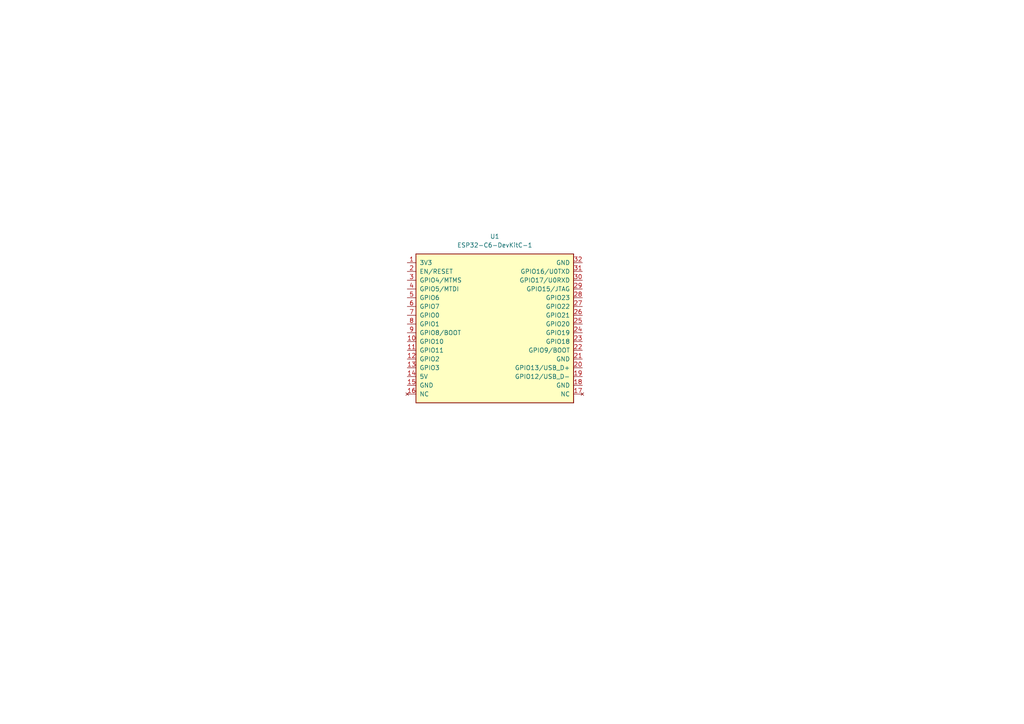
<source format=kicad_sch>
(kicad_sch (version 20231120) (generator "eeschema") (generator_version "8.0")
  (paper "A4")
  (lib_symbols
    (symbol "PCM_Espressif:ESP32-C6-DevKitC-1" (pin_names (offset 1.016))
      (property "Reference" "U" (at -22.86 25.4 0))
      (property "Value" "ESP32-C6-DevKitC-1" (at -22.86 22.86 0))
      (symbol "ESP32-C6-DevKitC-1_0_1"
        (rectangle (start -22.86 20.32) (end 22.86 -22.86) (stroke (width 0.254)) (fill (type background)))
      )
      (symbol "ESP32-C6-DevKitC-1_1_0"
        (pin power_in line (at -25.4 -15.24 0) (length 2.54) (name "5V") (number "14"))
        (pin input line (at -25.4 15.24 0) (length 2.54) (name "EN/RESET") (number "2"))
      )
      (symbol "ESP32-C6-DevKitC-1_1_1"
        (pin power_in line (at -25.4 17.78 0) (length 2.54) (name "3V3") (number "1"))
        (pin bidirectional line (at -25.4 -5.08 0) (length 2.54) (name "GPIO10") (number "10"))
        (pin bidirectional line (at -25.4 -7.62 0) (length 2.54) (name "GPIO11") (number "11"))
        (pin bidirectional line (at -25.4 -10.16 0) (length 2.54) (name "GPIO2") (number "12"))
        (pin bidirectional line (at -25.4 -12.7 0) (length 2.54) (name "GPIO3") (number "13"))
        (pin power_in line (at -25.4 -17.78 0) (length 2.54) (name "GND") (number "15"))
        (pin no_connect line (at -25.4 -20.32 0) (length 2.54) (name "NC") (number "16"))
        (pin no_connect line (at 25.4 -20.32 180) (length 2.54) (name "NC") (number "17"))
        (pin power_in line (at 25.4 -17.78 180) (length 2.54) (name "GND") (number "18"))
        (pin bidirectional line (at 25.4 -15.24 180) (length 2.54) (name "GPIO12/USB_D-") (number "19"))
        (pin bidirectional line (at 25.4 -12.7 180) (length 2.54) (name "GPIO13/USB_D+") (number "20"))
        (pin power_in line (at 25.4 -10.16 180) (length 2.54) (name "GND") (number "21"))
        (pin bidirectional line (at 25.4 -7.62 180) (length 2.54) (name "GPIO9/BOOT") (number "22"))
        (pin bidirectional line (at 25.4 -5.08 180) (length 2.54) (name "GPIO18") (number "23"))
        (pin bidirectional line (at 25.4 -2.54 180) (length 2.54) (name "GPIO19") (number "24"))
        (pin bidirectional line (at 25.4 0 180) (length 2.54) (name "GPIO20") (number "25"))
        (pin bidirectional line (at 25.4 2.54 180) (length 2.54) (name "GPIO21") (number "26"))
        (pin bidirectional line (at 25.4 5.08 180) (length 2.54) (name "GPIO22") (number "27"))
        (pin bidirectional line (at 25.4 7.62 180) (length 2.54) (name "GPIO23") (number "28"))
        (pin bidirectional line (at 25.4 10.16 180) (length 2.54) (name "GPIO15/JTAG") (number "29"))
        (pin bidirectional line (at -25.4 12.7 0) (length 2.54) (name "GPIO4/MTMS") (number "3"))
        (pin bidirectional line (at 25.4 12.7 180) (length 2.54) (name "GPIO17/U0RXD") (number "30"))
        (pin bidirectional line (at 25.4 15.24 180) (length 2.54) (name "GPIO16/U0TXD") (number "31"))
        (pin power_in line (at 25.4 17.78 180) (length 2.54) (name "GND") (number "32"))
        (pin bidirectional line (at -25.4 10.16 0) (length 2.54) (name "GPIO5/MTDI") (number "4"))
        (pin bidirectional line (at -25.4 7.62 0) (length 2.54) (name "GPIO6") (number "5"))
        (pin bidirectional line (at -25.4 5.08 0) (length 2.54) (name "GPIO7") (number "6"))
        (pin bidirectional line (at -25.4 2.54 0) (length 2.54) (name "GPIO0") (number "7"))
        (pin bidirectional line (at -25.4 0 0) (length 2.54) (name "GPIO1") (number "8"))
        (pin bidirectional line (at -25.4 -2.54 0) (length 2.54) (name "GPIO8/BOOT") (number "9"))
      )
    )
  )
  (symbol (lib_id "PCM_Espressif:ESP32-C6-DevKitC-1") (at 143.51 93.98 0) (unit 1)
    (property "Reference" "U1" (at 143.51 68.58 0))
    (property "Value" "ESP32-C6-DevKitC-1" (at 143.51 71.12 0))
    (property "Footprint" "PCM_Espressif:ESP32-C6-DevKitC-1" (effects (hide yes)))
    (property "Datasheet" "https://docs.espressif.com/projects/espressif-esp-dev-kits/en/latest/esp32c6/esp32-c6-devkitc-1/user_guide.html" (effects (hide yes)))
    (property "Description" "ESP32-C6-DevKitC-1" (effects (hide yes)))
  )
)
</source>
